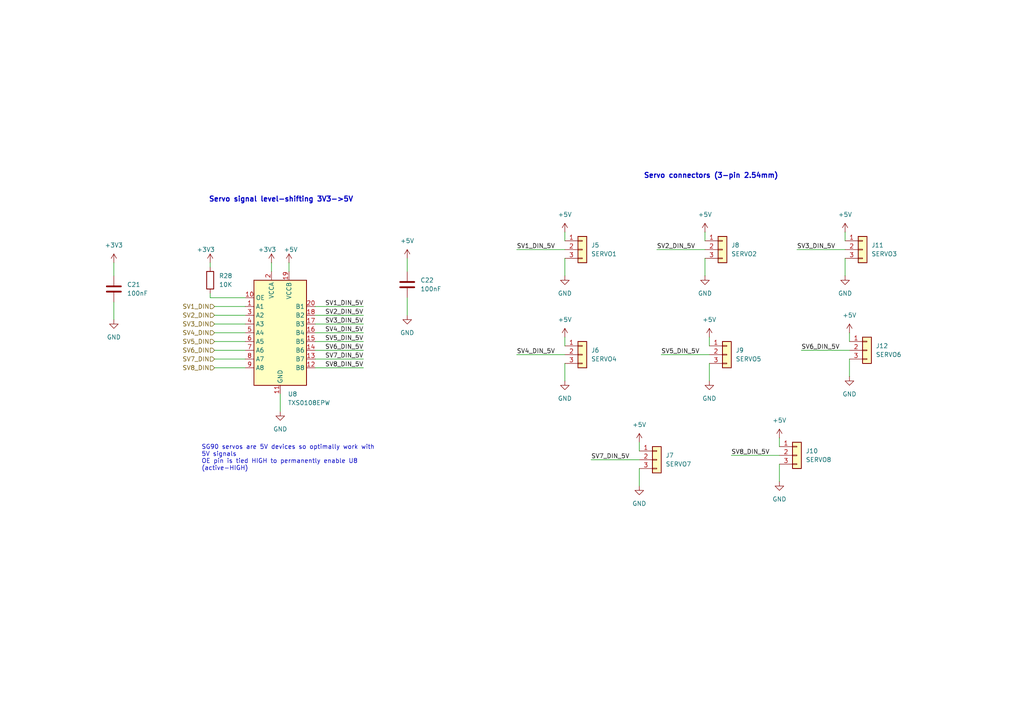
<source format=kicad_sch>
(kicad_sch (version 20231120) (generator "eeschema") (generator_version "8.0")
  (paper "A4")
  (lib_symbols
    (symbol "Connector_Generic:Conn_01x03" (pin_names (offset 1.016) hide)
      (property "Reference" "J" (at 0 5.08 0))
      (property "Value" "Conn_01x03" (at 0 -5.08 0))
      (symbol "Conn_01x03_1_1"
        (rectangle (start -1.27 -2.413) (end 0 -2.667) (stroke (width 0.1524)))
        (rectangle (start -1.27 0.127) (end 0 -0.127) (stroke (width 0.1524)))
        (rectangle (start -1.27 2.667) (end 0 2.413) (stroke (width 0.1524)))
        (rectangle (start -1.27 3.81) (end 1.27 -3.81) (stroke (width 0.254)) (fill (type background)))
        (pin passive line (at -5.08 2.54 0) (length 3.81) (name "Pin_1") (number "1"))
        (pin passive line (at -5.08 0 0) (length 3.81) (name "Pin_2") (number "2"))
        (pin passive line (at -5.08 -2.54 0) (length 3.81) (name "Pin_3") (number "3"))
      )
    )
    (symbol "Device:C" (pin_numbers hide) (pin_names (offset 0.254))
      (property "Reference" "C" (at 0.635 2.54 0))
      (property "Value" "C" (at 0.635 -2.54 0))
      (symbol "C_0_1"
        (polyline (pts (xy -2.032 -0.762) (xy 2.032 -0.762)) (stroke (width 0.508)))
        (polyline (pts (xy -2.032 0.762) (xy 2.032 0.762)) (stroke (width 0.508)))
      )
      (symbol "C_1_1"
        (pin passive line (at 0 3.81 270) (length 2.794) (name "~") (number "1"))
        (pin passive line (at 0 -3.81 90) (length 2.794) (name "~") (number "2"))
      )
    )
    (symbol "Device:R" (pin_numbers hide) (pin_names (offset 0))
      (property "Reference" "R" (at 2.032 0 90))
      (property "Value" "R" (at 0 0 90))
      (symbol "R_0_1"
        (rectangle (start -1.016 -2.54) (end 1.016 2.54) (stroke (width 0.254)))
      )
      (symbol "R_1_1"
        (pin passive line (at 0 3.81 270) (length 1.27) (name "~") (number "1"))
        (pin passive line (at 0 -3.81 90) (length 1.27) (name "~") (number "2"))
      )
    )
    (symbol "Logic_LevelTranslator:TXS0108EPW"
      (property "Reference" "U" (at -6.35 16.51 0))
      (property "Value" "TXS0108EPW" (at 3.81 16.51 0))
      (symbol "TXS0108EPW_0_1"
        (rectangle (start -7.62 15.24) (end 7.62 -15.24) (stroke (width 0.254)) (fill (type background)))
      )
      (symbol "TXS0108EPW_1_1"
        (pin bidirectional line (at -10.16 7.62 0) (length 2.54) (name "A1") (number "1"))
        (pin input line (at -10.16 10.16 0) (length 2.54) (name "OE") (number "10"))
        (pin power_in line (at 0 -17.78 90) (length 2.54) (name "GND") (number "11"))
        (pin bidirectional line (at 10.16 -10.16 180) (length 2.54) (name "B8") (number "12"))
        (pin bidirectional line (at 10.16 -7.62 180) (length 2.54) (name "B7") (number "13"))
        (pin bidirectional line (at 10.16 -5.08 180) (length 2.54) (name "B6") (number "14"))
        (pin bidirectional line (at 10.16 -2.54 180) (length 2.54) (name "B5") (number "15"))
        (pin bidirectional line (at 10.16 0 180) (length 2.54) (name "B4") (number "16"))
        (pin bidirectional line (at 10.16 2.54 180) (length 2.54) (name "B3") (number "17"))
        (pin bidirectional line (at 10.16 5.08 180) (length 2.54) (name "B2") (number "18"))
        (pin power_in line (at 2.54 17.78 270) (length 2.54) (name "VCCB") (number "19"))
        (pin power_in line (at -2.54 17.78 270) (length 2.54) (name "VCCA") (number "2"))
        (pin bidirectional line (at 10.16 7.62 180) (length 2.54) (name "B1") (number "20"))
        (pin bidirectional line (at -10.16 5.08 0) (length 2.54) (name "A2") (number "3"))
        (pin bidirectional line (at -10.16 2.54 0) (length 2.54) (name "A3") (number "4"))
        (pin bidirectional line (at -10.16 0 0) (length 2.54) (name "A4") (number "5"))
        (pin bidirectional line (at -10.16 -2.54 0) (length 2.54) (name "A5") (number "6"))
        (pin bidirectional line (at -10.16 -5.08 0) (length 2.54) (name "A6") (number "7"))
        (pin bidirectional line (at -10.16 -7.62 0) (length 2.54) (name "A7") (number "8"))
        (pin bidirectional line (at -10.16 -10.16 0) (length 2.54) (name "A8") (number "9"))
      )
    )
    (symbol "power:+3V3" (power) (pin_numbers hide) (pin_names (offset 0) hide)
      (property "Value" "+3V3" (at 0 3.556 0))
      (symbol "+3V3_0_1"
        (polyline (pts (xy -0.762 1.27) (xy 0 2.54)))
        (polyline (pts (xy 0 0) (xy 0 2.54)))
        (polyline (pts (xy 0 2.54) (xy 0.762 1.27)))
      )
      (symbol "+3V3_1_1"
        (pin power_in line (at 0 0 90) (length 0) (name "~") (number "1"))
      )
    )
    (symbol "power:+5V" (power) (pin_numbers hide) (pin_names (offset 0) hide)
      (property "Value" "+5V" (at 0 3.556 0))
      (symbol "+5V_0_1"
        (polyline (pts (xy -0.762 1.27) (xy 0 2.54)))
        (polyline (pts (xy 0 0) (xy 0 2.54)))
        (polyline (pts (xy 0 2.54) (xy 0.762 1.27)))
      )
      (symbol "+5V_1_1"
        (pin power_in line (at 0 0 90) (length 0) (name "~") (number "1"))
      )
    )
    (symbol "power:GND" (power) (pin_numbers hide) (pin_names (offset 0) hide)
      (property "Value" "GND" (at 0 -3.81 0))
      (symbol "GND_0_1"
        (polyline (pts (xy 0 0) (xy 0 -1.27) (xy 1.27 -1.27) (xy 0 -2.54) (xy -1.27 -1.27) (xy 0 -1.27)))
      )
      (symbol "GND_1_1"
        (pin power_in line (at 0 0 270) (length 0) (name "~") (number "1"))
      )
    )
  )
  (wire (pts (xy 185.42 128.27) (xy 185.42 130.81)))
  (wire (pts (xy 62.23 88.9) (xy 71.12 88.9)))
  (wire (pts (xy 62.23 106.68) (xy 71.12 106.68)))
  (wire (pts (xy 91.44 106.68) (xy 105.41 106.68)))
  (wire (pts (xy 245.11 67.31) (xy 245.11 69.85)))
  (wire (pts (xy 91.44 93.98) (xy 105.41 93.98)))
  (wire (pts (xy 118.11 86.36) (xy 118.11 91.44)))
  (wire (pts (xy 204.47 72.39) (xy 190.5 72.39)))
  (wire (pts (xy 246.38 96.52) (xy 246.38 99.06)))
  (wire (pts (xy 118.11 74.93) (xy 118.11 78.74)))
  (wire (pts (xy 185.42 135.89) (xy 185.42 140.97)))
  (wire (pts (xy 60.96 85.09) (xy 60.96 86.36)))
  (wire (pts (xy 78.74 76.2) (xy 78.74 78.74)))
  (wire (pts (xy 91.44 99.06) (xy 105.41 99.06)))
  (wire (pts (xy 62.23 96.52) (xy 71.12 96.52)))
  (wire (pts (xy 91.44 96.52) (xy 105.41 96.52)))
  (wire (pts (xy 91.44 104.14) (xy 105.41 104.14)))
  (wire (pts (xy 91.44 91.44) (xy 105.41 91.44)))
  (wire (pts (xy 60.96 86.36) (xy 71.12 86.36)))
  (wire (pts (xy 33.02 87.63) (xy 33.02 92.71)))
  (wire (pts (xy 83.82 76.2) (xy 83.82 78.74)))
  (wire (pts (xy 245.11 74.93) (xy 245.11 80.01)))
  (wire (pts (xy 205.74 105.41) (xy 205.74 110.49)))
  (wire (pts (xy 205.74 97.79) (xy 205.74 100.33)))
  (wire (pts (xy 60.96 77.47) (xy 60.96 76.2)))
  (wire (pts (xy 149.86 72.39) (xy 163.83 72.39)))
  (wire (pts (xy 163.83 67.31) (xy 163.83 69.85)))
  (wire (pts (xy 163.83 102.87) (xy 149.86 102.87)))
  (wire (pts (xy 163.83 74.93) (xy 163.83 80.01)))
  (wire (pts (xy 245.11 72.39) (xy 231.14 72.39)))
  (wire (pts (xy 163.83 97.79) (xy 163.83 100.33)))
  (wire (pts (xy 204.47 67.31) (xy 204.47 69.85)))
  (wire (pts (xy 33.02 76.2) (xy 33.02 80.01)))
  (wire (pts (xy 62.23 104.14) (xy 71.12 104.14)))
  (wire (pts (xy 246.38 101.6) (xy 232.41 101.6)))
  (wire (pts (xy 91.44 88.9) (xy 105.41 88.9)))
  (wire (pts (xy 246.38 104.14) (xy 246.38 109.22)))
  (wire (pts (xy 185.42 133.35) (xy 171.45 133.35)))
  (wire (pts (xy 62.23 93.98) (xy 71.12 93.98)))
  (wire (pts (xy 226.06 132.08) (xy 212.09 132.08)))
  (wire (pts (xy 205.74 102.87) (xy 191.77 102.87)))
  (wire (pts (xy 226.06 134.62) (xy 226.06 139.7)))
  (wire (pts (xy 81.28 114.3) (xy 81.28 119.38)))
  (wire (pts (xy 62.23 91.44) (xy 71.12 91.44)))
  (wire (pts (xy 226.06 127) (xy 226.06 129.54)))
  (wire (pts (xy 91.44 101.6) (xy 105.41 101.6)))
  (wire (pts (xy 163.83 105.41) (xy 163.83 110.49)))
  (wire (pts (xy 62.23 101.6) (xy 71.12 101.6)))
  (wire (pts (xy 62.23 99.06) (xy 71.12 99.06)))
  (wire (pts (xy 204.47 74.93) (xy 204.47 80.01)))
  (text "Servo signal level-shifting 3V3->5V" (at 81.534 57.912 0) (effects (font (size 1.47 1.47) (thickness 0.294) (bold yes))))
  (text "SG90 servos are 5V devices so optimally work with \n5V signals\nOE pin is tied HIGH to permanently enable U8\n(active-HIGH)" (at 58.42 132.842 0) (effects (font (size 1.27 1.27)) (justify left)))
  (text "Servo connectors (3-pin 2.54mm)" (at 206.248 51.054 0) (effects (font (size 1.47 1.47) (thickness 0.294) (bold yes))))
  (label "SV8_DIN_5V" (at 105.41 106.68 180))
  (label "SV4_DIN_5V" (at 105.41 96.52 180))
  (label "SV8_DIN_5V" (at 212.09 132.08 0))
  (label "SV6_DIN_5V" (at 232.41 101.6 0))
  (label "SV1_DIN_5V" (at 105.41 88.9 180))
  (label "SV1_DIN_5V" (at 149.86 72.39 0))
  (label "SV4_DIN_5V" (at 149.86 102.87 0))
  (label "SV2_DIN_5V" (at 105.41 91.44 180))
  (label "SV3_DIN_5V" (at 105.41 93.98 180))
  (label "SV2_DIN_5V" (at 190.5 72.39 0))
  (label "SV5_DIN_5V" (at 105.41 99.06 180))
  (label "SV3_DIN_5V" (at 231.14 72.39 0))
  (label "SV6_DIN_5V" (at 105.41 101.6 180))
  (label "SV7_DIN_5V" (at 105.41 104.14 180))
  (label "SV5_DIN_5V" (at 191.77 102.87 0))
  (label "SV7_DIN_5V" (at 171.45 133.35 0))
  (hierarchical_label "SV6_DIN" (shape input) (at 62.23 101.6 180))
  (hierarchical_label "SV8_DIN" (shape input) (at 62.23 106.68 180))
  (hierarchical_label "SV2_DIN" (shape input) (at 62.23 91.44 180))
  (hierarchical_label "SV5_DIN" (shape input) (at 62.23 99.06 180))
  (hierarchical_label "SV4_DIN" (shape input) (at 62.23 96.52 180))
  (hierarchical_label "SV3_DIN" (shape input) (at 62.23 93.98 180))
  (hierarchical_label "SV1_DIN" (shape input) (at 62.23 88.9 180))
  (hierarchical_label "SV7_DIN" (shape input) (at 62.23 104.14 180))
  (symbol (lib_id "power:+5V") (at 205.74 97.79 0) (unit 1)
    (property "Reference" "#PWR066" (effects (hide yes)))
    (property "Value" "+5V" (at 205.74 92.71 0))
    (property "Description" "Power symbol creates a global label with name \"+5V\"" (effects (hide yes)))
  )
  (symbol (lib_id "Connector_Generic:Conn_01x03") (at 168.91 72.39 0) (unit 1)
    (property "Reference" "J5" (at 171.45 71.1199 0) (effects (justify left)))
    (property "Value" "SERVO1" (at 171.45 73.6599 0) (effects (justify left)))
    (property "Footprint" "Connector_JST:JST_XH_B3B-XH-A_1x03_P2.50mm_Vertical" (effects (hide yes)))
    (property "Description" "Generic connector, single row, 01x03, script generated (kicad-library-utils/schlib/autogen/connector/)" (effects (hide yes)))
  )
  (symbol (lib_id "Connector_Generic:Conn_01x03") (at 231.14 132.08 0) (unit 1)
    (property "Reference" "J10" (at 233.68 130.8099 0) (effects (justify left)))
    (property "Value" "SERVO8" (at 233.68 133.3499 0) (effects (justify left)))
    (property "Footprint" "Connector_JST:JST_XH_B3B-XH-A_1x03_P2.50mm_Vertical" (effects (hide yes)))
    (property "Description" "Generic connector, single row, 01x03, script generated (kicad-library-utils/schlib/autogen/connector/)" (effects (hide yes)))
  )
  (symbol (lib_id "Logic_LevelTranslator:TXS0108EPW") (at 81.28 96.52 0) (unit 1)
    (property "Reference" "U8" (at 83.4741 114.3 0) (effects (justify left)))
    (property "Value" "TXS0108EPW" (at 83.4741 116.84 0) (effects (justify left)))
    (property "Footprint" "Package_SO:TSSOP-20_4.4x6.5mm_P0.65mm" (effects (hide yes)))
    (property "Datasheet" "www.ti.com/lit/ds/symlink/txs0108e.pdf" (effects (hide yes)))
    (property "Description" "Bidirectional  level-shifting voltage translator, TSSOP-20" (effects (hide yes)))
  )
  (symbol (lib_id "power:+5V") (at 163.83 67.31 0) (unit 1)
    (property "Reference" "#PWR058" (effects (hide yes)))
    (property "Value" "+5V" (at 163.83 62.23 0))
    (property "Description" "Power symbol creates a global label with name \"+5V\"" (effects (hide yes)))
  )
  (symbol (lib_id "Connector_Generic:Conn_01x03") (at 168.91 102.87 0) (unit 1)
    (property "Reference" "J6" (at 171.45 101.5999 0) (effects (justify left)))
    (property "Value" "SERVO4" (at 171.45 104.1399 0) (effects (justify left)))
    (property "Footprint" "Connector_JST:JST_XH_B3B-XH-A_1x03_P2.50mm_Vertical" (effects (hide yes)))
    (property "Description" "Generic connector, single row, 01x03, script generated (kicad-library-utils/schlib/autogen/connector/)" (effects (hide yes)))
  )
  (symbol (lib_id "power:GND") (at 81.28 119.38 0) (unit 1)
    (property "Reference" "#PWR054" (effects (hide yes)))
    (property "Value" "GND" (at 81.28 124.46 0))
    (property "Description" "Power symbol creates a global label with name \"GND\" , ground" (effects (hide yes)))
  )
  (symbol (lib_id "power:+5V") (at 163.83 97.79 0) (unit 1)
    (property "Reference" "#PWR060" (effects (hide yes)))
    (property "Value" "+5V" (at 163.83 92.71 0))
    (property "Description" "Power symbol creates a global label with name \"+5V\"" (effects (hide yes)))
  )
  (symbol (lib_id "Connector_Generic:Conn_01x03") (at 250.19 72.39 0) (unit 1)
    (property "Reference" "J11" (at 252.73 71.1199 0) (effects (justify left)))
    (property "Value" "SERVO3" (at 252.73 73.6599 0) (effects (justify left)))
    (property "Footprint" "Connector_JST:JST_XH_B3B-XH-A_1x03_P2.50mm_Vertical" (effects (hide yes)))
    (property "Description" "Generic connector, single row, 01x03, script generated (kicad-library-utils/schlib/autogen/connector/)" (effects (hide yes)))
  )
  (symbol (lib_id "power:+5V") (at 246.38 96.52 0) (unit 1)
    (property "Reference" "#PWR072" (effects (hide yes)))
    (property "Value" "+5V" (at 246.38 91.44 0))
    (property "Description" "Power symbol creates a global label with name \"+5V\"" (effects (hide yes)))
  )
  (symbol (lib_id "Device:C") (at 33.02 83.82 0) (unit 1)
    (property "Reference" "C21" (at 36.83 82.5499 0) (effects (justify left)))
    (property "Value" "100nF" (at 36.83 85.0899 0) (effects (justify left)))
    (property "Footprint" "Capacitor_SMD:C_0603_1608Metric" (effects (hide yes)))
    (property "Description" "Unpolarized capacitor" (effects (hide yes)))
  )
  (symbol (lib_id "Connector_Generic:Conn_01x03") (at 210.82 102.87 0) (unit 1)
    (property "Reference" "J9" (at 213.36 101.5999 0) (effects (justify left)))
    (property "Value" "SERVO5" (at 213.36 104.1399 0) (effects (justify left)))
    (property "Footprint" "Connector_JST:JST_XH_B3B-XH-A_1x03_P2.50mm_Vertical" (effects (hide yes)))
    (property "Description" "Generic connector, single row, 01x03, script generated (kicad-library-utils/schlib/autogen/connector/)" (effects (hide yes)))
  )
  (symbol (lib_id "power:+5V") (at 226.06 127 0) (unit 1)
    (property "Reference" "#PWR068" (effects (hide yes)))
    (property "Value" "+5V" (at 226.06 121.92 0))
    (property "Description" "Power symbol creates a global label with name \"+5V\"" (effects (hide yes)))
  )
  (symbol (lib_id "power:+5V") (at 204.47 67.31 0) (unit 1)
    (property "Reference" "#PWR064" (effects (hide yes)))
    (property "Value" "+5V" (at 204.47 62.23 0))
    (property "Description" "Power symbol creates a global label with name \"+5V\"" (effects (hide yes)))
  )
  (symbol (lib_id "Connector_Generic:Conn_01x03") (at 209.55 72.39 0) (unit 1)
    (property "Reference" "J8" (at 212.09 71.1199 0) (effects (justify left)))
    (property "Value" "SERVO2" (at 212.09 73.6599 0) (effects (justify left)))
    (property "Footprint" "Connector_JST:JST_XH_B3B-XH-A_1x03_P2.50mm_Vertical" (effects (hide yes)))
    (property "Description" "Generic connector, single row, 01x03, script generated (kicad-library-utils/schlib/autogen/connector/)" (effects (hide yes)))
  )
  (symbol (lib_id "power:+5V") (at 118.11 74.93 0) (unit 1)
    (property "Reference" "#PWR056" (effects (hide yes)))
    (property "Value" "+5V" (at 118.11 69.85 0))
    (property "Description" "Power symbol creates a global label with name \"+5V\"" (effects (hide yes)))
  )
  (symbol (lib_id "power:GND") (at 33.02 92.71 0) (unit 1)
    (property "Reference" "#PWR051" (effects (hide yes)))
    (property "Value" "GND" (at 33.02 97.79 0))
    (property "Description" "Power symbol creates a global label with name \"GND\" , ground" (effects (hide yes)))
  )
  (symbol (lib_id "power:+5V") (at 185.42 128.27 0) (unit 1)
    (property "Reference" "#PWR062" (effects (hide yes)))
    (property "Value" "+5V" (at 185.42 123.19 0))
    (property "Description" "Power symbol creates a global label with name \"+5V\"" (effects (hide yes)))
  )
  (symbol (lib_id "power:+5V") (at 83.82 76.2 0) (unit 1)
    (property "Reference" "#PWR055" (effects (hide yes)))
    (property "Value" "+5V" (at 84.328 72.39 0))
    (property "Description" "Power symbol creates a global label with name \"+5V\"" (effects (hide yes)))
  )
  (symbol (lib_id "power:GND") (at 163.83 110.49 0) (unit 1)
    (property "Reference" "#PWR061" (effects (hide yes)))
    (property "Value" "GND" (at 163.83 115.57 0))
    (property "Description" "Power symbol creates a global label with name \"GND\" , ground" (effects (hide yes)))
  )
  (symbol (lib_id "power:GND") (at 185.42 140.97 0) (unit 1)
    (property "Reference" "#PWR063" (effects (hide yes)))
    (property "Value" "GND" (at 185.42 146.05 0))
    (property "Description" "Power symbol creates a global label with name \"GND\" , ground" (effects (hide yes)))
  )
  (symbol (lib_id "power:+3V3") (at 60.96 76.2 0) (unit 1)
    (property "Reference" "#PWR052" (effects (hide yes)))
    (property "Value" "+3V3" (at 59.69 72.39 0))
    (property "Description" "Power symbol creates a global label with name \"+3V3\"" (effects (hide yes)))
  )
  (symbol (lib_id "power:+3V3") (at 33.02 76.2 0) (unit 1)
    (property "Reference" "#PWR050" (effects (hide yes)))
    (property "Value" "+3V3" (at 33.02 71.12 0))
    (property "Description" "Power symbol creates a global label with name \"+3V3\"" (effects (hide yes)))
  )
  (symbol (lib_id "Connector_Generic:Conn_01x03") (at 190.5 133.35 0) (unit 1)
    (property "Reference" "J7" (at 193.04 132.0799 0) (effects (justify left)))
    (property "Value" "SERVO7" (at 193.04 134.6199 0) (effects (justify left)))
    (property "Footprint" "Connector_JST:JST_XH_B3B-XH-A_1x03_P2.50mm_Vertical" (effects (hide yes)))
    (property "Description" "Generic connector, single row, 01x03, script generated (kicad-library-utils/schlib/autogen/connector/)" (effects (hide yes)))
  )
  (symbol (lib_id "power:GND") (at 204.47 80.01 0) (unit 1)
    (property "Reference" "#PWR065" (effects (hide yes)))
    (property "Value" "GND" (at 204.47 85.09 0))
    (property "Description" "Power symbol creates a global label with name \"GND\" , ground" (effects (hide yes)))
  )
  (symbol (lib_id "Device:C") (at 118.11 82.55 0) (unit 1)
    (property "Reference" "C22" (at 121.92 81.2799 0) (effects (justify left)))
    (property "Value" "100nF" (at 121.92 83.8199 0) (effects (justify left)))
    (property "Footprint" "Capacitor_SMD:C_0603_1608Metric" (effects (hide yes)))
    (property "Description" "Unpolarized capacitor" (effects (hide yes)))
  )
  (symbol (lib_id "power:GND") (at 246.38 109.22 0) (unit 1)
    (property "Reference" "#PWR073" (effects (hide yes)))
    (property "Value" "GND" (at 246.38 114.3 0))
    (property "Description" "Power symbol creates a global label with name \"GND\" , ground" (effects (hide yes)))
  )
  (symbol (lib_id "power:GND") (at 245.11 80.01 0) (unit 1)
    (property "Reference" "#PWR071" (effects (hide yes)))
    (property "Value" "GND" (at 245.11 85.09 0))
    (property "Description" "Power symbol creates a global label with name \"GND\" , ground" (effects (hide yes)))
  )
  (symbol (lib_id "power:GND") (at 163.83 80.01 0) (unit 1)
    (property "Reference" "#PWR059" (effects (hide yes)))
    (property "Value" "GND" (at 163.83 85.09 0))
    (property "Description" "Power symbol creates a global label with name \"GND\" , ground" (effects (hide yes)))
  )
  (symbol (lib_id "power:+3V3") (at 78.74 76.2 0) (unit 1)
    (property "Reference" "#PWR053" (effects (hide yes)))
    (property "Value" "+3V3" (at 77.47 72.39 0))
    (property "Description" "Power symbol creates a global label with name \"+3V3\"" (effects (hide yes)))
  )
  (symbol (lib_id "power:+5V") (at 245.11 67.31 0) (unit 1)
    (property "Reference" "#PWR070" (effects (hide yes)))
    (property "Value" "+5V" (at 245.11 62.23 0))
    (property "Description" "Power symbol creates a global label with name \"+5V\"" (effects (hide yes)))
  )
  (symbol (lib_id "power:GND") (at 226.06 139.7 0) (unit 1)
    (property "Reference" "#PWR069" (effects (hide yes)))
    (property "Value" "GND" (at 226.06 144.78 0))
    (property "Description" "Power symbol creates a global label with name \"GND\" , ground" (effects (hide yes)))
  )
  (symbol (lib_id "Connector_Generic:Conn_01x03") (at 251.46 101.6 0) (unit 1)
    (property "Reference" "J12" (at 254 100.3299 0) (effects (justify left)))
    (property "Value" "SERVO6" (at 254 102.8699 0) (effects (justify left)))
    (property "Footprint" "Connector_JST:JST_XH_B3B-XH-A_1x03_P2.50mm_Vertical" (effects (hide yes)))
    (property "Description" "Generic connector, single row, 01x03, script generated (kicad-library-utils/schlib/autogen/connector/)" (effects (hide yes)))
  )
  (symbol (lib_id "power:GND") (at 118.11 91.44 0) (unit 1)
    (property "Reference" "#PWR057" (effects (hide yes)))
    (property "Value" "GND" (at 118.11 96.52 0))
    (property "Description" "Power symbol creates a global label with name \"GND\" , ground" (effects (hide yes)))
  )
  (symbol (lib_id "power:GND") (at 205.74 110.49 0) (unit 1)
    (property "Reference" "#PWR067" (effects (hide yes)))
    (property "Value" "GND" (at 205.74 115.57 0))
    (property "Description" "Power symbol creates a global label with name \"GND\" , ground" (effects (hide yes)))
  )
  (symbol (lib_id "Device:R") (at 60.96 81.28 0) (unit 1)
    (property "Reference" "R28" (at 63.5 80.0099 0) (effects (justify left)))
    (property "Value" "10K" (at 63.5 82.5499 0) (effects (justify left)))
    (property "Footprint" "Resistor_SMD:R_0603_1608Metric" (effects (hide yes)))
    (property "Description" "Resistor" (effects (hide yes)))
  )
)
</source>
